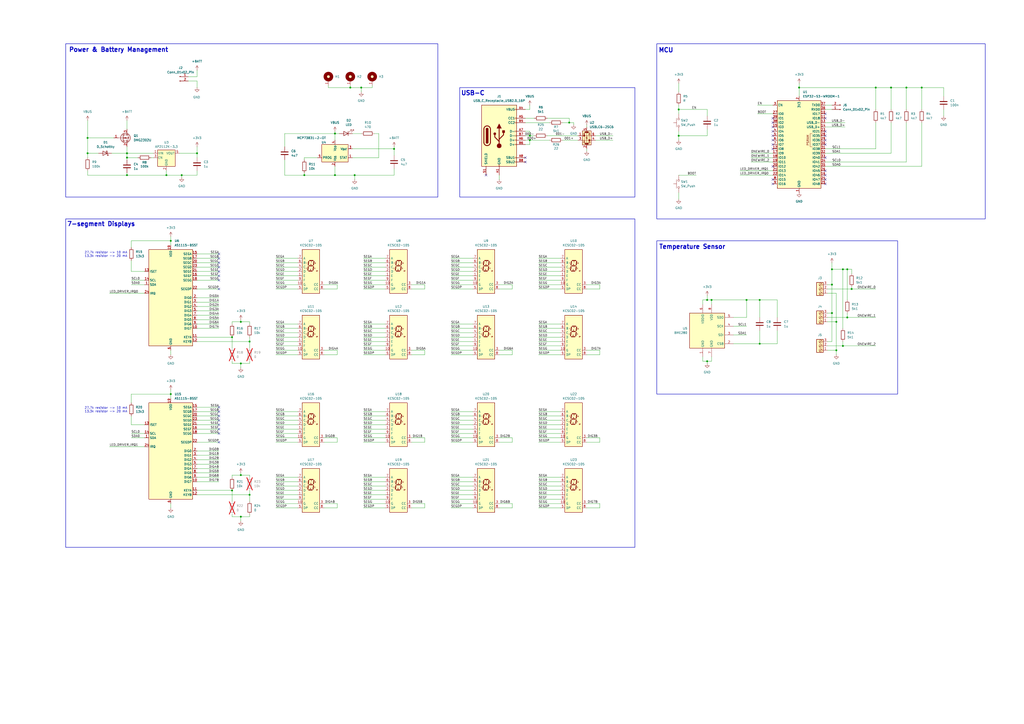
<source format=kicad_sch>
(kicad_sch (version 20250114) (generator "eeschema") (generator_version "9.0")
  (paper "A2")
  (rectangle (start 381 25.4) (end 571.5 127) (stroke (width 0.254)))
  (rectangle (start 266.7 50.8) (end 368.3 114.3) (stroke (width 0.254)))
  (rectangle (start 38.1 25.4) (end 254 114.3) (stroke (width 0.254)))
  (rectangle (start 38.1 127) (end 368.3 317.5) (stroke (width 0.254)))
  (rectangle (start 381 139.7) (end 520.7 228.6) (stroke (width 0.254)))
  (text "MCU" (at 386.334 29.21 0) (effects (font (size 2.54 2.54) (thickness 0.508) (bold yes))))
  (text "Power & Battery Management" (at 68.834 28.956 0) (effects (font (size 2.54 2.54) (thickness 0.508) (bold yes))))
  (text "USB-C" (at 274.32 54.102 0) (effects (font (size 2.54 2.54) (thickness 0.508) (bold yes))))
  (text "Temperature Sensor" (at 401.574 143.256 0) (effects (font (size 2.54 2.54) (thickness 0.508) (bold yes))))
  (text "27.7k resistor -> 10 mA\n13.3k resistor -> 20 mA" (at 61.468 237.744 0) (effects (font (size 1.27 1.27))))
  (text "7-segment Displays" (at 58.674 130.048 0) (effects (font (size 2.54 2.54) (thickness 0.508) (bold yes))))
  (text "27.7k resistor -> 10 mA\n13.3k resistor -> 20 mA" (at 61.468 147.574 0) (effects (font (size 1.27 1.27))))
  (junction (at 50.8 80.01))
  (junction (at 139.7 186.69))
  (junction (at 96.52 101.6))
  (junction (at 307.34 81.28))
  (junction (at 516.89 50.8))
  (junction (at 73.66 91.44))
  (junction (at 410.21 173.99))
  (junction (at 73.66 101.6))
  (junction (at 488.95 156.21))
  (junction (at 440.69 173.99))
  (junction (at 482.6 165.1))
  (junction (at 491.49 184.15))
  (junction (at 485.14 186.69))
  (junction (at 144.78 287.02))
  (junction (at 176.53 101.6))
  (junction (at 534.67 50.8))
  (junction (at 440.69 199.39))
  (junction (at 50.8 88.9))
  (junction (at 393.7 63.5))
  (junction (at 330.2 71.12))
  (junction (at 433.07 173.99))
  (junction (at 205.74 101.6))
  (junction (at 203.2 50.8))
  (junction (at 139.7 210.82))
  (junction (at 307.34 78.74))
  (junction (at 525.78 50.8))
  (junction (at 139.7 299.72))
  (junction (at 139.7 275.59))
  (junction (at 482.6 156.21))
  (junction (at 482.6 181.61))
  (junction (at 73.66 88.9))
  (junction (at 412.75 173.99))
  (junction (at 410.21 209.55))
  (junction (at 491.49 156.21))
  (junction (at 134.62 195.58))
  (junction (at 485.14 203.2))
  (junction (at 194.31 77.47))
  (junction (at 114.3 88.9))
  (junction (at 134.62 284.48))
  (junction (at 209.55 50.8))
  (junction (at 463.55 50.8))
  (junction (at 228.6 86.36))
  (junction (at 194.31 101.6))
  (junction (at 508 50.8))
  (junction (at 99.06 228.6))
  (junction (at 99.06 139.7))
  (junction (at 488.95 200.66))
  (junction (at 393.7 78.74))
  (junction (at 494.03 167.64))
  (junction (at 144.78 198.12))
  (junction (at 105.41 101.6))
  (no_connect (at 127 256.54))
  (no_connect (at 478.79 76.2))
  (no_connect (at 127 149.86))
  (no_connect (at 478.79 66.04))
  (no_connect (at 127 154.94))
  (no_connect (at 448.31 76.2))
  (no_connect (at 448.31 73.66))
  (no_connect (at 127 238.76))
  (no_connect (at 127 147.32))
  (no_connect (at 281.94 101.6))
  (no_connect (at 478.79 91.44))
  (no_connect (at 127 251.46))
  (no_connect (at 448.31 68.58))
  (no_connect (at 127 243.84))
  (no_connect (at 448.31 106.68))
  (no_connect (at 478.79 81.28))
  (no_connect (at 127 167.64))
  (no_connect (at 127 236.22))
  (no_connect (at 304.8 91.44))
  (no_connect (at 448.31 81.28))
  (no_connect (at 448.31 96.52))
  (no_connect (at 127 241.3))
  (no_connect (at 127 152.4))
  (no_connect (at 448.31 86.36))
  (no_connect (at 478.79 68.58))
  (no_connect (at 127 248.92))
  (no_connect (at 448.31 104.14))
  (no_connect (at 127 157.48))
  (no_connect (at 478.79 83.82))
  (no_connect (at 127 162.56))
  (no_connect (at 478.79 104.14))
  (no_connect (at 478.79 101.6))
  (no_connect (at 127 246.38))
  (no_connect (at 448.31 71.12))
  (no_connect (at 127 160.02))
  (no_connect (at 478.79 78.74))
  (no_connect (at 478.79 106.68))
  (no_connect (at 448.31 83.82))
  (no_connect (at 478.79 99.06))
  (no_connect (at 304.8 93.98))
  (no_connect (at 448.31 78.74))
  (wire (pts (xy 312.42 157.48) (xy 325.12 157.48)))
  (wire (pts (xy 261.62 200.66) (xy 274.32 200.66)))
  (wire (pts (xy 176.53 91.44) (xy 184.15 91.44)))
  (wire (pts (xy 114.3 180.34) (xy 127 180.34)))
  (wire (pts (xy 312.42 195.58) (xy 325.12 195.58)))
  (wire (pts (xy 194.31 77.47) (xy 196.85 77.47)))
  (wire (pts (xy 326.39 81.28) (xy 335.28 81.28)))
  (wire (pts (xy 312.42 251.46) (xy 325.12 251.46)))
  (wire (pts (xy 261.62 193.04) (xy 274.32 193.04)))
  (wire (pts (xy 160.02 243.84) (xy 172.72 243.84)))
  (wire (pts (xy 246.38 205.74) (xy 238.76 205.74)))
  (wire (pts (xy 485.14 170.18) (xy 485.14 186.69)))
  (wire (pts (xy 261.62 167.64) (xy 274.32 167.64)))
  (wire (pts (xy 64.77 88.9) (xy 73.66 88.9)))
  (wire (pts (xy 312.42 203.2) (xy 325.12 203.2)))
  (wire (pts (xy 160.02 193.04) (xy 172.72 193.04)))
  (wire (pts (xy 412.75 176.53) (xy 412.75 173.99)))
  (wire (pts (xy 410.21 63.5) (xy 410.21 67.31)))
  (wire (pts (xy 190.5 50.8) (xy 190.5 49.53)))
  (wire (pts (xy 204.47 86.36) (xy 228.6 86.36)))
  (wire (pts (xy 134.62 284.48) (xy 134.62 290.83)))
  (wire (pts (xy 246.38 292.1) (xy 246.38 294.64)))
  (wire (pts (xy 228.6 90.17) (xy 228.6 86.36)))
  (wire (pts (xy 160.02 200.66) (xy 172.72 200.66)))
  (wire (pts (xy 261.62 284.48) (xy 274.32 284.48)))
  (wire (pts (xy 478.79 71.12) (xy 490.22 71.12)))
  (wire (pts (xy 491.49 156.21) (xy 488.95 156.21)))
  (wire (pts (xy 246.38 254) (xy 246.38 256.54)))
  (wire (pts (xy 440.69 173.99) (xy 440.69 184.15)))
  (wire (pts (xy 289.56 254) (xy 297.18 254)))
  (wire (pts (xy 332.74 71.12) (xy 332.74 72.39)))
  (wire (pts (xy 76.2 233.68) (xy 76.2 228.6)))
  (wire (pts (xy 312.42 152.4) (xy 325.12 152.4)))
  (wire (pts (xy 289.56 203.2) (xy 297.18 203.2)))
  (wire (pts (xy 210.82 187.96) (xy 223.52 187.96)))
  (wire (pts (xy 238.76 254) (xy 246.38 254)))
  (wire (pts (xy 261.62 279.4) (xy 274.32 279.4)))
  (wire (pts (xy 114.3 198.12) (xy 144.78 198.12)))
  (wire (pts (xy 435.61 88.9) (xy 448.31 88.9)))
  (wire (pts (xy 210.82 205.74) (xy 223.52 205.74)))
  (wire (pts (xy 312.42 256.54) (xy 325.12 256.54)))
  (wire (pts (xy 312.42 160.02) (xy 325.12 160.02)))
  (wire (pts (xy 410.21 171.45) (xy 410.21 173.99)))
  (wire (pts (xy 210.82 243.84) (xy 223.52 243.84)))
  (wire (pts (xy 332.74 71.12) (xy 330.2 71.12)))
  (wire (pts (xy 139.7 186.69) (xy 144.78 186.69)))
  (wire (pts (xy 261.62 292.1) (xy 274.32 292.1)))
  (wire (pts (xy 304.8 63.5) (xy 307.34 63.5)))
  (wire (pts (xy 312.42 243.84) (xy 325.12 243.84)))
  (wire (pts (xy 210.82 154.94) (xy 223.52 154.94)))
  (wire (pts (xy 160.02 254) (xy 172.72 254)))
  (wire (pts (xy 480.06 184.15) (xy 491.49 184.15)))
  (wire (pts (xy 144.78 287.02) (xy 144.78 284.48)))
  (wire (pts (xy 99.06 228.6) (xy 99.06 231.14)))
  (wire (pts (xy 261.62 149.86) (xy 274.32 149.86)))
  (wire (pts (xy 160.02 284.48) (xy 172.72 284.48)))
  (wire (pts (xy 410.21 210.82) (xy 410.21 209.55)))
  (wire (pts (xy 114.3 185.42) (xy 127 185.42)))
  (wire (pts (xy 297.18 256.54) (xy 289.56 256.54)))
  (wire (pts (xy 307.34 81.28) (xy 318.77 81.28)))
  (wire (pts (xy 63.5 170.18) (xy 83.82 170.18)))
  (wire (pts (xy 210.82 251.46) (xy 223.52 251.46)))
  (wire (pts (xy 261.62 248.92) (xy 274.32 248.92)))
  (wire (pts (xy 99.06 139.7) (xy 99.06 142.24)))
  (wire (pts (xy 261.62 187.96) (xy 274.32 187.96)))
  (wire (pts (xy 261.62 238.76) (xy 274.32 238.76)))
  (wire (pts (xy 160.02 294.64) (xy 172.72 294.64)))
  (wire (pts (xy 478.79 96.52) (xy 534.67 96.52)))
  (wire (pts (xy 261.62 190.5) (xy 274.32 190.5)))
  (wire (pts (xy 246.38 256.54) (xy 238.76 256.54)))
  (wire (pts (xy 187.96 203.2) (xy 195.58 203.2)))
  (wire (pts (xy 114.3 251.46) (xy 127 251.46)))
  (wire (pts (xy 114.3 44.45) (xy 114.3 40.64)))
  (wire (pts (xy 440.69 173.99) (xy 450.85 173.99)))
  (wire (pts (xy 440.69 191.77) (xy 440.69 199.39)))
  (wire (pts (xy 312.42 248.92) (xy 325.12 248.92)))
  (wire (pts (xy 312.42 198.12) (xy 325.12 198.12)))
  (wire (pts (xy 114.3 160.02) (xy 127 160.02)))
  (wire (pts (xy 307.34 60.96) (xy 307.34 63.5)))
  (wire (pts (xy 410.21 173.99) (xy 407.67 173.99)))
  (wire (pts (xy 210.82 248.92) (xy 223.52 248.92)))
  (wire (pts (xy 195.58 203.2) (xy 195.58 205.74)))
  (wire (pts (xy 160.02 198.12) (xy 172.72 198.12)))
  (wire (pts (xy 114.3 195.58) (xy 134.62 195.58)))
  (wire (pts (xy 312.42 149.86) (xy 325.12 149.86)))
  (wire (pts (xy 160.02 287.02) (xy 172.72 287.02)))
  (wire (pts (xy 312.42 279.4) (xy 325.12 279.4)))
  (wire (pts (xy 345.44 78.74) (xy 355.6 78.74)))
  (wire (pts (xy 139.7 210.82) (xy 144.78 210.82)))
  (wire (pts (xy 105.41 101.6) (xy 114.3 101.6)))
  (wire (pts (xy 238.76 292.1) (xy 246.38 292.1)))
  (wire (pts (xy 297.18 294.64) (xy 289.56 294.64)))
  (wire (pts (xy 195.58 256.54) (xy 187.96 256.54)))
  (wire (pts (xy 195.58 254) (xy 195.58 256.54)))
  (wire (pts (xy 87.63 91.44) (xy 88.9 91.44)))
  (wire (pts (xy 204.47 91.44) (xy 219.71 91.44)))
  (wire (pts (xy 160.02 154.94) (xy 172.72 154.94)))
  (wire (pts (xy 482.6 165.1) (xy 482.6 156.21)))
  (wire (pts (xy 195.58 292.1) (xy 195.58 294.64)))
  (wire (pts (xy 317.5 68.58) (xy 330.2 68.58)))
  (wire (pts (xy 210.82 193.04) (xy 223.52 193.04)))
  (wire (pts (xy 205.74 104.14) (xy 205.74 101.6)))
  (wire (pts (xy 76.2 143.51) (xy 76.2 139.7)))
  (wire (pts (xy 488.95 156.21) (xy 482.6 156.21)))
  (wire (pts (xy 261.62 289.56) (xy 274.32 289.56)))
  (wire (pts (xy 160.02 238.76) (xy 172.72 238.76)))
  (wire (pts (xy 340.36 165.1) (xy 347.98 165.1)))
  (wire (pts (xy 76.2 162.56) (xy 83.82 162.56)))
  (wire (pts (xy 491.49 156.21) (xy 491.49 173.99)))
  (wire (pts (xy 165.1 77.47) (xy 165.1 85.09)))
  (wire (pts (xy 534.67 50.8) (xy 525.78 50.8)))
  (wire (pts (xy 340.36 72.39) (xy 340.36 73.66)))
  (wire (pts (xy 485.14 203.2) (xy 485.14 205.74)))
  (wire (pts (xy 187.96 292.1) (xy 195.58 292.1)))
  (wire (pts (xy 261.62 256.54) (xy 274.32 256.54)))
  (wire (pts (xy 195.58 294.64) (xy 187.96 294.64)))
  (wire (pts (xy 393.7 81.28) (xy 393.7 78.74)))
  (wire (pts (xy 480.06 198.12) (xy 482.6 198.12)))
  (wire (pts (xy 194.31 101.6) (xy 194.31 96.52)))
  (wire (pts (xy 547.37 50.8) (xy 547.37 55.88)))
  (wire (pts (xy 312.42 165.1) (xy 325.12 165.1)))
  (wire (pts (xy 534.67 96.52) (xy 534.67 71.12)))
  (wire (pts (xy 312.42 162.56) (xy 325.12 162.56)))
  (wire (pts (xy 297.18 167.64) (xy 289.56 167.64)))
  (wire (pts (xy 433.07 184.15) (xy 433.07 173.99)))
  (wire (pts (xy 73.66 85.09) (xy 73.66 88.9)))
  (wire (pts (xy 176.53 101.6) (xy 194.31 101.6)))
  (wire (pts (xy 160.02 167.64) (xy 172.72 167.64)))
  (wire (pts (xy 73.66 100.33) (xy 73.66 101.6)))
  (wire (pts (xy 114.3 264.16) (xy 127 264.16)))
  (wire (pts (xy 114.3 177.8) (xy 127 177.8)))
  (wire (pts (xy 210.82 160.02) (xy 223.52 160.02)))
  (wire (pts (xy 50.8 88.9) (xy 57.15 88.9)))
  (wire (pts (xy 312.42 292.1) (xy 325.12 292.1)))
  (wire (pts (xy 73.66 101.6) (xy 50.8 101.6)))
  (wire (pts (xy 99.06 226.06) (xy 99.06 228.6)))
  (wire (pts (xy 435.61 93.98) (xy 448.31 93.98)))
  (wire (pts (xy 312.42 190.5) (xy 325.12 190.5)))
  (wire (pts (xy 114.3 88.9) (xy 114.3 91.44)))
  (wire (pts (xy 210.82 157.48) (xy 223.52 157.48)))
  (wire (pts (xy 261.62 162.56) (xy 274.32 162.56)))
  (wire (pts (xy 304.8 83.82) (xy 307.34 83.82)))
  (wire (pts (xy 210.82 190.5) (xy 223.52 190.5)))
  (wire (pts (xy 114.3 274.32) (xy 127 274.32)))
  (wire (pts (xy 99.06 203.2) (xy 99.06 205.74)))
  (wire (pts (xy 488.95 198.12) (xy 488.95 200.66)))
  (wire (pts (xy 210.82 294.64) (xy 223.52 294.64)))
  (wire (pts (xy 139.7 275.59) (xy 144.78 275.59)))
  (wire (pts (xy 345.44 81.28) (xy 355.6 81.28)))
  (wire (pts (xy 210.82 276.86) (xy 223.52 276.86)))
  (wire (pts (xy 210.82 195.58) (xy 223.52 195.58)))
  (wire (pts (xy 407.67 209.55) (xy 407.67 207.01)))
  (wire (pts (xy 297.18 165.1) (xy 297.18 167.64)))
  (wire (pts (xy 482.6 181.61) (xy 482.6 198.12)))
  (wire (pts (xy 210.82 238.76) (xy 223.52 238.76)))
  (wire (pts (xy 347.98 294.64) (xy 340.36 294.64)))
  (wire (pts (xy 261.62 203.2) (xy 274.32 203.2)))
  (wire (pts (xy 261.62 165.1) (xy 274.32 165.1)))
  (wire (pts (xy 144.78 186.69) (xy 144.78 187.96)))
  (wire (pts (xy 480.06 200.66) (xy 488.95 200.66)))
  (wire (pts (xy 76.2 246.38) (xy 76.2 241.3)))
  (wire (pts (xy 317.5 78.74) (xy 335.28 78.74)))
  (wire (pts (xy 210.82 254) (xy 223.52 254)))
  (wire (pts (xy 114.3 269.24) (xy 127 269.24)))
  (wire (pts (xy 114.3 46.99) (xy 114.3 50.8)))
  (wire (pts (xy 429.26 99.06) (xy 448.31 99.06)))
  (wire (pts (xy 340.36 254) (xy 347.98 254)))
  (wire (pts (xy 114.3 236.22) (xy 127 236.22)))
  (wire (pts (xy 215.9 49.53) (xy 215.9 50.8)))
  (wire (pts (xy 347.98 254) (xy 347.98 256.54)))
  (wire (pts (xy 114.3 271.78) (xy 127 271.78)))
  (wire (pts (xy 187.96 254) (xy 195.58 254)))
  (wire (pts (xy 210.82 289.56) (xy 223.52 289.56)))
  (wire (pts (xy 76.2 228.6) (xy 99.06 228.6)))
  (wire (pts (xy 261.62 152.4) (xy 274.32 152.4)))
  (wire (pts (xy 73.66 91.44) (xy 73.66 92.71)))
  (wire (pts (xy 194.31 76.2) (xy 194.31 77.47)))
  (wire (pts (xy 114.3 241.3) (xy 127 241.3)))
  (wire (pts (xy 312.42 289.56) (xy 325.12 289.56)))
  (wire (pts (xy 160.02 241.3) (xy 172.72 241.3)))
  (wire (pts (xy 410.21 78.74) (xy 410.21 74.93)))
  (wire (pts (xy 144.78 210.82) (xy 144.78 209.55)))
  (wire (pts (xy 508 50.8) (xy 508 63.5)))
  (wire (pts (xy 246.38 165.1) (xy 246.38 167.64)))
  (wire (pts (xy 478.79 88.9) (xy 516.89 88.9)))
  (wire (pts (xy 50.8 80.01) (xy 50.8 69.85)))
  (wire (pts (xy 165.1 92.71) (xy 165.1 101.6)))
  (wire (pts (xy 393.7 60.96) (xy 393.7 63.5)))
  (wire (pts (xy 210.82 246.38) (xy 223.52 246.38)))
  (wire (pts (xy 139.7 275.59) (xy 139.7 274.32)))
  (wire (pts (xy 194.31 101.6) (xy 205.74 101.6)))
  (wire (pts (xy 326.39 71.12) (xy 330.2 71.12)))
  (wire (pts (xy 304.8 71.12) (xy 318.77 71.12)))
  (wire (pts (xy 210.82 256.54) (xy 223.52 256.54)))
  (wire (pts (xy 160.02 195.58) (xy 172.72 195.58)))
  (wire (pts (xy 114.3 182.88) (xy 127 182.88)))
  (wire (pts (xy 83.82 157.48) (xy 76.2 157.48)))
  (wire (pts (xy 508 86.36) (xy 508 71.12)))
  (wire (pts (xy 73.66 88.9) (xy 88.9 88.9)))
  (wire (pts (xy 109.22 46.99) (xy 114.3 46.99)))
  (wire (pts (xy 210.82 198.12) (xy 223.52 198.12)))
  (wire (pts (xy 463.55 50.8) (xy 463.55 55.88)))
  (wire (pts (xy 210.82 167.64) (xy 223.52 167.64)))
  (wire (pts (xy 134.62 298.45) (xy 134.62 299.72)))
  (wire (pts (xy 463.55 50.8) (xy 508 50.8)))
  (wire (pts (xy 66.04 80.01) (xy 50.8 80.01)))
  (wire (pts (xy 160.02 165.1) (xy 172.72 165.1)))
  (wire (pts (xy 485.14 186.69) (xy 480.06 186.69)))
  (wire (pts (xy 261.62 195.58) (xy 274.32 195.58)))
  (wire (pts (xy 494.03 156.21) (xy 491.49 156.21)))
  (wire (pts (xy 440.69 199.39) (xy 450.85 199.39)))
  (wire (pts (xy 261.62 243.84) (xy 274.32 243.84)))
  (wire (pts (xy 347.98 205.74) (xy 340.36 205.74)))
  (wire (pts (xy 425.45 199.39) (xy 440.69 199.39)))
  (wire (pts (xy 134.62 210.82) (xy 139.7 210.82)))
  (wire (pts (xy 160.02 162.56) (xy 172.72 162.56)))
  (wire (pts (xy 195.58 165.1) (xy 195.58 167.64)))
  (wire (pts (xy 450.85 173.99) (xy 450.85 184.15)))
  (wire (pts (xy 297.18 292.1) (xy 297.18 294.64)))
  (wire (pts (xy 261.62 198.12) (xy 274.32 198.12)))
  (wire (pts (xy 76.2 139.7) (xy 99.06 139.7)))
  (wire (pts (xy 478.79 93.98) (xy 525.78 93.98)))
  (wire (pts (xy 219.71 91.44) (xy 219.71 77.47)))
  (wire (pts (xy 50.8 88.9) (xy 50.8 91.44)))
  (wire (pts (xy 114.3 243.84) (xy 127 243.84)))
  (wire (pts (xy 393.7 78.74) (xy 410.21 78.74)))
  (wire (pts (xy 482.6 156.21) (xy 482.6 152.4)))
  (wire (pts (xy 312.42 241.3) (xy 325.12 241.3)))
  (wire (pts (xy 76.2 254) (xy 83.82 254)))
  (wire (pts (xy 307.34 81.28) (xy 304.8 81.28)))
  (wire (pts (xy 114.3 101.6) (xy 114.3 99.06)))
  (wire (pts (xy 393.7 48.26) (xy 393.7 53.34)))
  (wire (pts (xy 114.3 147.32) (xy 127 147.32)))
  (wire (pts (xy 347.98 167.64) (xy 340.36 167.64)))
  (wire (pts (xy 312.42 254) (xy 325.12 254)))
  (wire (pts (xy 478.79 86.36) (xy 508 86.36)))
  (wire (pts (xy 347.98 256.54) (xy 340.36 256.54)))
  (wire (pts (xy 134.62 186.69) (xy 134.62 187.96)))
  (wire (pts (xy 80.01 91.44) (xy 73.66 91.44)))
  (wire (pts (xy 134.62 299.72) (xy 139.7 299.72)))
  (wire (pts (xy 210.82 162.56) (xy 223.52 162.56)))
  (wire (pts (xy 491.49 184.15) (xy 508 184.15)))
  (wire (pts (xy 508 50.8) (xy 516.89 50.8)))
  (wire (pts (xy 261.62 205.74) (xy 274.32 205.74)))
  (wire (pts (xy 134.62 195.58) (xy 134.62 201.93)))
  (wire (pts (xy 209.55 50.8) (xy 203.2 50.8)))
  (wire (pts (xy 210.82 165.1) (xy 223.52 165.1)))
  (wire (pts (xy 194.31 81.28) (xy 194.31 77.47)))
  (wire (pts (xy 304.8 76.2) (xy 307.34 76.2)))
  (wire (pts (xy 238.76 165.1) (xy 246.38 165.1)))
  (wire (pts (xy 144.78 299.72) (xy 144.78 298.45)))
  (wire (pts (xy 393.7 101.6) (xy 403.86 101.6)))
  (wire (pts (xy 114.3 248.92) (xy 127 248.92)))
  (wire (pts (xy 160.02 279.4) (xy 172.72 279.4)))
  (wire (pts (xy 134.62 186.69) (xy 139.7 186.69)))
  (wire (pts (xy 76.2 165.1) (xy 83.82 165.1)))
  (wire (pts (xy 482.6 165.1) (xy 482.6 181.61)))
  (wire (pts (xy 547.37 67.31) (xy 547.37 63.5)))
  (wire (pts (xy 312.42 238.76) (xy 325.12 238.76)))
  (wire (pts (xy 114.3 149.86) (xy 127 149.86)))
  (wire (pts (xy 425.45 189.23) (xy 433.07 189.23)))
  (wire (pts (xy 114.3 276.86) (xy 127 276.86)))
  (wire (pts (xy 114.3 172.72) (xy 127 172.72)))
  (wire (pts (xy 261.62 157.48) (xy 274.32 157.48)))
  (wire (pts (xy 209.55 50.8) (xy 209.55 53.34)))
  (wire (pts (xy 134.62 275.59) (xy 139.7 275.59)))
  (wire (pts (xy 228.6 101.6) (xy 228.6 97.79)))
  (wire (pts (xy 76.2 251.46) (xy 83.82 251.46)))
  (wire (pts (xy 204.47 77.47) (xy 209.55 77.47)))
  (wire (pts (xy 139.7 210.82) (xy 139.7 213.36)))
  (wire (pts (xy 488.95 200.66) (xy 508 200.66)))
  (wire (pts (xy 307.34 76.2) (xy 307.34 78.74)))
  (wire (pts (xy 480.06 165.1) (xy 482.6 165.1)))
  (wire (pts (xy 215.9 50.8) (xy 209.55 50.8)))
  (wire (pts (xy 480.06 203.2) (xy 485.14 203.2)))
  (wire (pts (xy 160.02 289.56) (xy 172.72 289.56)))
  (wire (pts (xy 165.1 101.6) (xy 176.53 101.6)))
  (wire (pts (xy 210.82 292.1) (xy 223.52 292.1)))
  (wire (pts (xy 297.18 254) (xy 297.18 256.54)))
  (wire (pts (xy 160.02 281.94) (xy 172.72 281.94)))
  (wire (pts (xy 485.14 170.18) (xy 480.06 170.18)))
  (wire (pts (xy 114.3 287.02) (xy 144.78 287.02)))
  (wire (pts (xy 393.7 63.5) (xy 393.7 66.04)))
  (wire (pts (xy 261.62 254) (xy 274.32 254)))
  (wire (pts (xy 312.42 167.64) (xy 325.12 167.64)))
  (wire (pts (xy 99.06 137.16) (xy 99.06 139.7)))
  (wire (pts (xy 412.75 173.99) (xy 433.07 173.99)))
  (wire (pts (xy 425.45 184.15) (xy 433.07 184.15)))
  (wire (pts (xy 393.7 78.74) (xy 393.7 76.2)))
  (wire (pts (xy 312.42 281.94) (xy 325.12 281.94)))
  (wire (pts (xy 433.07 173.99) (xy 440.69 173.99)))
  (wire (pts (xy 203.2 49.53) (xy 203.2 50.8)))
  (wire (pts (xy 160.02 149.86) (xy 172.72 149.86)))
  (wire (pts (xy 238.76 203.2) (xy 246.38 203.2)))
  (wire (pts (xy 203.2 50.8) (xy 190.5 50.8)))
  (wire (pts (xy 195.58 167.64) (xy 187.96 167.64)))
  (wire (pts (xy 144.78 198.12) (xy 144.78 201.93)))
  (wire (pts (xy 312.42 276.86) (xy 325.12 276.86)))
  (wire (pts (xy 494.03 167.64) (xy 508 167.64)))
  (wire (pts (xy 50.8 99.06) (xy 50.8 101.6)))
  (wire (pts (xy 114.3 261.62) (xy 127 261.62)))
  (wire (pts (xy 393.7 63.5) (xy 410.21 63.5)))
  (wire (pts (xy 114.3 256.54) (xy 127 256.54)))
  (wire (pts (xy 210.82 203.2) (xy 223.52 203.2)))
  (wire (pts (xy 105.41 102.87) (xy 105.41 101.6)))
  (wire (pts (xy 340.36 203.2) (xy 347.98 203.2)))
  (wire (pts (xy 407.67 209.55) (xy 410.21 209.55)))
  (wire (pts (xy 289.56 165.1) (xy 297.18 165.1)))
  (wire (pts (xy 307.34 78.74) (xy 309.88 78.74)))
  (wire (pts (xy 144.78 287.02) (xy 144.78 290.83)))
  (wire (pts (xy 160.02 203.2) (xy 172.72 203.2)))
  (wire (pts (xy 485.14 203.2) (xy 485.14 186.69)))
  (wire (pts (xy 160.02 187.96) (xy 172.72 187.96)))
  (wire (pts (xy 312.42 154.94) (xy 325.12 154.94)))
  (wire (pts (xy 534.67 50.8) (xy 547.37 50.8)))
  (wire (pts (xy 261.62 154.94) (xy 274.32 154.94)))
  (wire (pts (xy 393.7 111.76) (xy 393.7 115.57)))
  (wire (pts (xy 114.3 85.09) (xy 114.3 88.9)))
  (wire (pts (xy 289.56 292.1) (xy 297.18 292.1)))
  (wire (pts (xy 109.22 44.45) (xy 114.3 44.45)))
  (wire (pts (xy 463.55 48.26) (xy 463.55 50.8)))
  (wire (pts (xy 478.79 73.66) (xy 490.22 73.66)))
  (wire (pts (xy 219.71 77.47) (xy 217.17 77.47)))
  (wire (pts (xy 114.3 175.26) (xy 127 175.26)))
  (wire (pts (xy 114.3 190.5) (xy 127 190.5)))
  (wire (pts (xy 160.02 152.4) (xy 172.72 152.4)))
  (wire (pts (xy 99.06 292.1) (xy 99.06 294.64)))
  (wire (pts (xy 104.14 88.9) (xy 114.3 88.9)))
  (wire (pts (xy 210.82 279.4) (xy 223.52 279.4)))
  (wire (pts (xy 261.62 246.38) (xy 274.32 246.38)))
  (wire (pts (xy 407.67 173.99) (xy 407.67 176.53)))
  (wire (pts (xy 134.62 209.55) (xy 134.62 210.82)))
  (wire (pts (xy 494.03 158.75) (xy 494.03 156.21)))
  (wire (pts (xy 114.3 238.76) (xy 127 238.76)))
  (wire (pts (xy 525.78 50.8) (xy 516.89 50.8)))
  (wire (pts (xy 480.06 167.64) (xy 494.03 167.64)))
  (wire (pts (xy 96.52 101.6) (xy 73.66 101.6)))
  (wire (pts (xy 312.42 205.74) (xy 325.12 205.74)))
  (wire (pts (xy 516.89 50.8) (xy 516.89 63.5)))
  (wire (pts (xy 312.42 193.04) (xy 325.12 193.04)))
  (wire (pts (xy 76.2 157.48) (xy 76.2 151.13)))
  (wire (pts (xy 412.75 209.55) (xy 412.75 207.01)))
  (wire (pts (xy 261.62 251.46) (xy 274.32 251.46)))
  (wire (pts (xy 261.62 294.64) (xy 274.32 294.64)))
  (wire (pts (xy 187.96 165.1) (xy 195.58 165.1)))
  (wire (pts (xy 340.36 87.63) (xy 340.36 86.36)))
  (wire (pts (xy 205.74 101.6) (xy 228.6 101.6)))
  (wire (pts (xy 194.31 77.47) (xy 165.1 77.47)))
  (wire (pts (xy 160.02 256.54) (xy 172.72 256.54)))
  (wire (pts (xy 312.42 246.38) (xy 325.12 246.38)))
  (wire (pts (xy 261.62 160.02) (xy 274.32 160.02)))
  (wire (pts (xy 480.06 181.61) (xy 482.6 181.61)))
  (wire (pts (xy 307.34 83.82) (xy 307.34 81.28)))
  (wire (pts (xy 144.78 275.59) (xy 144.78 276.86)))
  (wire (pts (xy 210.82 284.48) (xy 223.52 284.48)))
  (wire (pts (xy 494.03 166.37) (xy 494.03 167.64)))
  (wire (pts (xy 450.85 199.39) (xy 450.85 191.77)))
  (wire (pts (xy 63.5 259.08) (xy 83.82 259.08)))
  (wire (pts (xy 312.42 200.66) (xy 325.12 200.66)))
  (wire (pts (xy 340.36 292.1) (xy 347.98 292.1)))
  (wire (pts (xy 114.3 284.48) (xy 134.62 284.48)))
  (wire (pts (xy 160.02 190.5) (xy 172.72 190.5)))
  (wire (pts (xy 210.82 200.66) (xy 223.52 200.66)))
  (wire (pts (xy 304.8 68.58) (xy 309.88 68.58)))
  (wire (pts (xy 176.53 100.33) (xy 176.53 101.6)))
  (wire (pts (xy 210.82 281.94) (xy 223.52 281.94)))
  (wire (pts (xy 160.02 251.46) (xy 172.72 251.46)))
  (wire (pts (xy 478.79 60.96) (xy 482.6 60.96)))
  (wire (pts (xy 304.8 78.74) (xy 307.34 78.74)))
  (wire (pts (xy 312.42 187.96) (xy 325.12 187.96)))
  (wire (pts (xy 525.78 63.5) (xy 525.78 50.8)))
  (wire (pts (xy 439.42 66.04) (xy 448.31 66.04)))
  (wire (pts (xy 210.82 287.02) (xy 223.52 287.02)))
  (wire (pts (xy 50.8 80.01) (xy 50.8 88.9)))
  (wire (pts (xy 114.3 154.94) (xy 127 154.94)))
  (wire (pts (xy 144.78 198.12) (xy 144.78 195.58)))
  (wire (pts (xy 439.42 60.96) (xy 448.31 60.96)))
  (wire (pts (xy 114.3 266.7) (xy 127 266.7)))
  (wire (pts (xy 134.62 275.59) (xy 134.62 276.86)))
  (wire (pts (xy 261.62 281.94) (xy 274.32 281.94)))
  (wire (pts (xy 114.3 187.96) (xy 127 187.96)))
  (wire (pts (xy 195.58 205.74) (xy 187.96 205.74)))
  (wire (pts (xy 160.02 246.38) (xy 172.72 246.38)))
  (wire (pts (xy 114.3 167.64) (xy 127 167.64)))
  (wire (pts (xy 139.7 299.72) (xy 144.78 299.72)))
  (wire (pts (xy 412.75 173.99) (xy 410.21 173.99)))
  (wire (pts (xy 73.66 69.85) (xy 73.66 74.93)))
  (wire (pts (xy 160.02 248.92) (xy 172.72 248.92)))
  (wire (pts (xy 425.45 194.31) (xy 433.07 194.31)))
  (wire (pts (xy 312.42 294.64) (xy 325.12 294.64)))
  (wire (pts (xy 114.3 279.4) (xy 127 279.4)))
  (wire (pts (xy 297.18 205.74) (xy 289.56 205.74)))
  (wire (pts (xy 347.98 203.2) (xy 347.98 205.74)))
  (wire (pts (xy 210.82 241.3) (xy 223.52 241.3)))
  (wire (pts (xy 478.79 63.5) (xy 482.6 63.5)))
  (wire (pts (xy 297.18 203.2) (xy 297.18 205.74)))
  (wire (pts (xy 73.66 91.44) (xy 73.66 88.9)))
  (wire (pts (xy 114.3 162.56) (xy 127 162.56)))
  (wire (pts (xy 289.56 104.14) (xy 289.56 101.6)))
  (wire (pts (xy 139.7 299.72) (xy 139.7 302.26)))
  (wire (pts (xy 261.62 241.3) (xy 274.32 241.3)))
  (wire (pts (xy 160.02 160.02) (xy 172.72 160.02)))
  (wire (pts (xy 228.6 86.36) (xy 228.6 85.09)))
  (wire (pts (xy 330.2 68.58) (xy 330.2 71.12)))
  (wire (pts (xy 114.3 246.38) (xy 127 246.38)))
  (wire (pts (xy 246.38 294.64) (xy 238.76 294.64)))
  (wire (pts (xy 210.82 149.86) (xy 223.52 149.86)))
  (wire (pts (xy 312.42 284.48) (xy 325.12 284.48)))
  (wire (pts (xy 435.61 91.44) (xy 448.31 91.44)))
  (wire (pts (xy 96.52 101.6) (xy 105.41 101.6)))
  (wire (pts (xy 312.42 287.02) (xy 325.12 287.02)))
  (wire (pts (xy 261.62 276.86) (xy 274.32 276.86)))
  (wire (pts (xy 160.02 292.1) (xy 172.72 292.1)))
  (wire (pts (xy 525.78 93.98) (xy 525.78 71.12)))
  (wire (pts (xy 160.02 157.48) (xy 172.72 157.48)))
  (wire (pts (xy 246.38 167.64) (xy 238.76 167.64)))
  (wire (pts (xy 114.3 157.48) (xy 127 157.48)))
  (wire (pts (xy 114.3 152.4) (xy 127 152.4)))
  (wire (pts (xy 429.26 101.6) (xy 448.31 101.6)))
  (wire (pts (xy 160.02 205.74) (xy 172.72 205.74)))
  (wire (pts (xy 410.21 209.55) (xy 412.75 209.55)))
  (wire (pts (xy 347.98 165.1) (xy 347.98 167.64)))
  (wire (pts (xy 488.95 156.21) (xy 488.95 190.5)))
  (wire (pts (xy 347.98 292.1) (xy 347.98 294.64)))
  (wire (pts (xy 83.82 246.38) (xy 76.2 246.38)))
  (wire (pts (xy 139.7 186.69) (xy 139.7 185.42)))
  (wire (pts (xy 160.02 276.86) (xy 172.72 276.86)))
  (wire (pts (xy 246.38 203.2) (xy 246.38 205.74)))
  (wire (pts (xy 491.49 181.61) (xy 491.49 184.15)))
  (wire (pts (xy 516.89 88.9) (xy 516.89 71.12)))
  (wire (pts (xy 176.53 92.71) (xy 176.53 91.44)))
  (wire (pts (xy 96.52 99.06) (xy 96.52 101.6)))
  (wire (pts (xy 534.67 50.8) (xy 534.67 63.5)))
  (wire (pts (xy 261.62 287.02) (xy 274.32 287.02)))
  (wire (pts (xy 210.82 152.4) (xy 223.52 152.4)))
  (label "SEGC" (at 261.62 281.94 0))
  (label "DIG7B" (at 346.71 292.1 180))
  (label "SEGF" (at 127 160.02 180))
  (label "SEGE" (at 160.02 248.92 0))
  (label "ONEWIRE_0" (at 508 167.64 180))
  (label "SEGF" (at 261.62 162.56 0))
  (label "SEGB" (at 160.02 152.4 0))
  (label "SEGB" (at 261.62 241.3 0))
  (label "LED_DRIVER_IRQ0" (at 63.5 170.18 0))
  (label "SEGG" (at 210.82 203.2 0))
  (label "DIG4B" (at 127 271.78 180))
  (label "SEGB" (at 160.02 279.4 0))
  (label "SEGG" (at 160.02 292.1 0))
  (label "SEGF" (at 160.02 251.46 0))
  (label "SEGD" (at 261.62 157.48 0))
  (label "SEGA" (at 312.42 187.96 0))
  (label "SEGB" (at 210.82 152.4 0))
  (label "SEGA" (at 210.82 187.96 0))
  (label "SEGB" (at 312.42 190.5 0))
  (label "SEGA" (at 261.62 149.86 0))
  (label "SEGD" (at 210.82 195.58 0))
  (label "SDA1" (at 433.07 194.31 180))
  (label "DIG5A" (at 127 185.42 180))
  (label "SEGG" (at 210.82 292.1 0))
  (label "SEGDP" (at 160.02 256.54 0))
  (label "SEGA" (at 160.02 276.86 0))
  (label "SEGE" (at 160.02 287.02 0))
  (label "SDA0" (at 487.68 96.52 180))
  (label "SEGC" (at 127 152.4 180))
  (label "SEGC" (at 312.42 281.94 0))
  (label "SEGDP" (at 312.42 256.54 0))
  (label "SEGD" (at 210.82 246.38 0))
  (label "SCL0" (at 487.68 93.98 180))
  (label "SEGG" (at 261.62 254 0))
  (label "SEGC" (at 210.82 243.84 0))
  (label "DIG2A" (at 127 177.8 180))
  (label "SEGB" (at 312.42 241.3 0))
  (label "DIG2B" (at 127 266.7 180))
  (label "SEGDP" (at 127 256.54 180))
  (label "SEGA" (at 210.82 149.86 0))
  (label "SEGD" (at 127 154.94 180))
  (label "SEGE" (at 210.82 198.12 0))
  (label "SEGA" (at 312.42 276.86 0))
  (label "SEGD" (at 160.02 284.48 0))
  (label "SEGD" (at 312.42 284.48 0))
  (label "SEGD" (at 312.42 246.38 0))
  (label "SEGB" (at 127 238.76 180))
  (label "SEGG" (at 160.02 203.2 0))
  (label "SEGB" (at 210.82 279.4 0))
  (label "SEGF" (at 312.42 162.56 0))
  (label "SEGA" (at 160.02 149.86 0))
  (label "SEGA" (at 210.82 276.86 0))
  (label "USB_D+" (at 490.22 73.66 180))
  (label "SEGD" (at 312.42 195.58 0))
  (label "DIG0A" (at 127 172.72 180))
  (label "SEGE" (at 210.82 248.92 0))
  (label "SEGC" (at 210.82 193.04 0))
  (label "SEGC" (at 261.62 154.94 0))
  (label "DIG1A" (at 241.3 165.1 0))
  (label "SEGD" (at 160.02 246.38 0))
  (label "SEGDP" (at 261.62 167.64 0))
  (label "DIG3A" (at 342.9 165.1 0))
  (label "SEGDP" (at 210.82 294.64 0))
  (label "DIG4B" (at 194.31 292.1 180))
  (label "SEGDP" (at 160.02 205.74 0))
  (label "DIG7A" (at 342.9 203.2 0))
  (label "000-" (at 309.88 78.74 180))
  (label "SEGA" (at 312.42 238.76 0))
  (label "DIG6A" (at 127 187.96 180))
  (label "SEGA" (at 160.02 238.76 0))
  (label "DIG1B" (at 245.11 254 180))
  (label "SEGC" (at 312.42 243.84 0))
  (label "SEGC" (at 127 241.3 180))
  (label "SEGF" (at 210.82 162.56 0))
  (label "SEGE" (at 127 157.48 180))
  (label "SEGDP" (at 312.42 205.74 0))
  (label "SEGDP" (at 160.02 167.64 0))
  (label "SEGA" (at 127 147.32 180))
  (label "SEGDP" (at 312.42 167.64 0))
  (label "SEGD" (at 312.42 157.48 0))
  (label "DIG0B" (at 127 261.62 180))
  (label "SEGF" (at 160.02 162.56 0))
  (label "BOOT" (at 439.42 66.04 0))
  (label "SEGG" (at 312.42 254 0))
  (label "SEGF" (at 261.62 289.56 0))
  (label "DIG0A" (at 190.5 165.1 0))
  (label "SEGC" (at 160.02 193.04 0))
  (label "SEGC" (at 312.42 154.94 0))
  (label "EN" (at 439.42 60.96 0))
  (label "SEGG" (at 261.62 203.2 0))
  (label "DIG4A" (at 190.5 203.2 0))
  (label "SDA0" (at 76.2 165.1 0))
  (label "DIG5B" (at 127 274.32 180))
  (label "DIG6A" (at 292.1 203.2 0))
  (label "LED_DRIVER_IRQ1" (at 63.5 259.08 0))
  (label "SEGB" (at 261.62 152.4 0))
  (label "DIG5A" (at 241.3 203.2 0))
  (label "SEGE" (at 261.62 160.02 0))
  (label "ONEWIRE_1" (at 435.61 91.44 0))
  (label "SEGF" (at 261.62 251.46 0))
  (label "USB_D-" (at 355.6 78.74 180))
  (label "SEGE" (at 210.82 287.02 0))
  (label "LED_DRIVER_IRQ0" (at 429.26 101.6 0))
  (label "SEGE" (at 127 246.38 180))
  (label "SEGD" (at 210.82 284.48 0))
  (label "SEGD" (at 261.62 195.58 0))
  (label "SEGE" (at 261.62 248.92 0))
  (label "SEGE" (at 312.42 248.92 0))
  (label "DIG7B" (at 127 279.4 180))
  (label "DIG2A" (at 292.1 165.1 0))
  (label "DIG2B" (at 295.91 254 180))
  (label "DIG0B" (at 194.31 254 180))
  (label "SEGF" (at 160.02 289.56 0))
  (label "SCL1" (at 433.07 189.23 180))
  (label "SEGB" (at 160.02 190.5 0))
  (label "SEGE" (at 261.62 198.12 0))
  (label "SCL1" (at 487.68 86.36 180))
  (label "SEGF" (at 312.42 251.46 0))
  (label "LED_DRIVER_IRQ1" (at 429.26 99.06 0))
  (label "SDA1" (at 487.68 88.9 180))
  (label "SEGD" (at 160.02 157.48 0))
  (label "SEGDP" (at 160.02 294.64 0))
  (label "SEGA" (at 127 236.22 180))
  (label "SEGG" (at 312.42 165.1 0))
  (label "SEGC" (at 210.82 281.94 0))
  (label "SEGD" (at 261.62 284.48 0))
  (label "DIG1B" (at 127 264.16 180))
  (label "EN" (at 401.32 63.5 0))
  (label "SEGF" (at 210.82 200.66 0))
  (label "SEGE" (at 261.62 287.02 0))
  (label "SEGC" (at 312.42 193.04 0))
  (label "DIG6B" (at 127 276.86 180))
  (label "SEGG" (at 261.62 165.1 0))
  (label "SEGE" (at 312.42 160.02 0))
  (label "SEGF" (at 261.62 200.66 0))
  (label "DIG3B" (at 127 269.24 180))
  (label "SEGC" (at 160.02 154.94 0))
  (label "DIG3A" (at 127 180.34 180))
  (label "SEGA" (at 210.82 238.76 0))
  (label "SCL0" (at 76.2 251.46 0))
  (label "SEGB" (at 312.42 152.4 0))
  (label "ONEWIRE_2" (at 508 200.66 180))
  (label "SEGDP" (at 261.62 294.64 0))
  (label "SCL0" (at 76.2 162.56 0))
  (label "SEGDP" (at 210.82 167.64 0))
  (label "SEGB" (at 160.02 241.3 0))
  (label "SEGC" (at 160.02 243.84 0))
  (label "SEGA" (at 261.62 276.86 0))
  (label "SEGA" (at 261.62 187.96 0))
  (label "SEGB" (at 210.82 190.5 0))
  (label "SEGE" (at 312.42 287.02 0))
  (label "DIG3B" (at 346.71 254 180))
  (label "SEGDP" (at 312.42 294.64 0))
  (label "SEGG" (at 312.42 203.2 0))
  (label "USB_D-" (at 490.22 71.12 180))
  (label "USB_D+" (at 355.6 81.28 180))
  (label "DIG7A" (at 127 190.5 180))
  (label "SEGF" (at 160.02 200.66 0))
  (label "SEGA" (at 261.62 238.76 0))
  (label "SEGC" (at 261.62 243.84 0))
  (label "SEGE" (at 312.42 198.12 0))
  (label "SEGD" (at 210.82 157.48 0))
  (label "SEGC" (at 210.82 154.94 0))
  (label "SEGF" (at 210.82 289.56 0))
  (label "SEGG" (at 312.42 292.1 0))
  (label "SEGB" (at 127 149.86 180))
  (label "SEGB" (at 261.62 279.4 0))
  (label "SEGE" (at 160.02 160.02 0))
  (label "SEGDP" (at 210.82 256.54 0))
  (label "SEGG" (at 160.02 254 0))
  (label "SEGC" (at 160.02 281.94 0))
  (label "SEGDP" (at 210.82 205.74 0))
  (label "SEGB" (at 261.62 190.5 0))
  (label "SEGE" (at 210.82 160.02 0))
  (label "DIG4A" (at 127 182.88 180))
  (label "SEGDP" (at 261.62 205.74 0))
  (label "ONEWIRE_2" (at 435.61 93.98 0))
  (label "SEGF" (at 210.82 251.46 0))
  (label "SEGG" (at 210.82 254 0))
  (label "DIG5B" (at 245.11 292.1 180))
  (label "SEGE" (at 160.02 198.12 0))
  (label "SEGC" (at 261.62 193.04 0))
  (label "SEGD" (at 127 243.84 180))
  (label "SEGDP" (at 127 167.64 180))
  (label "ONEWIRE_1" (at 508 184.15 180))
  (label "SEGG" (at 261.62 292.1 0))
  (label "SDA0" (at 76.2 254 0))
  (label "SEGG" (at 160.02 165.1 0))
  (label "SEGDP" (at 261.62 256.54 0))
  (label "SEGF" (at 312.42 289.56 0))
  (label "DIG6B" (at 295.91 292.1 180))
  (label "SEGB" (at 312.42 279.4 0))
  (label "SEGF" (at 127 248.92 180))
  (label "SEGG" (at 127 251.46 180))
  (label "SEGG" (at 127 162.56 180))
  (label "000+" (at 311.15 81.28 180))
  (label "001-" (at 327.66 78.74 180))
  (label "BOOT" (at 403.86 101.6 180))
  (label "SEGD" (at 261.62 246.38 0))
  (label "ONEWIRE_0" (at 435.61 88.9 0))
  (label "SEGA" (at 312.42 149.86 0))
  (label "SEGB" (at 210.82 241.3 0))
  (label "001+" (at 332.74 81.28 180))
  (label "SEGF" (at 312.42 200.66 0))
  (label "DIG1A" (at 127 175.26 180))
  (label "SEGG" (at 210.82 165.1 0))
  (label "SEGD" (at 160.02 195.58 0))
  (label "SEGA" (at 160.02 187.96 0))
  (symbol (lib_id "power:VBUS") (at 340.36 72.39 0) (unit 1)
    (property "Reference" "#PWR010" (effects (hide yes)))
    (property "Value" "VBUS" (at 340.36 67.31 0))
    (property "Description" "Power symbol creates a global label with name \"VBUS\"" (effects (hide yes)))
  )
  (symbol (lib_id "Switch:SW_Push") (at 393.7 71.12 90) (unit 1)
    (property "Reference" "SW2" (at 394.97 69.8499 90) (effects (justify right)))
    (property "Value" "SW_Push" (at 394.97 72.3899 90) (effects (justify right)))
    (property "Footprint" "Button_Switch_SMD:SW_SPST_B3U-1000P" (effects (hide yes)))
    (property "Description" "Push button switch, generic, two pins" (effects (hide yes)))
  )
  (symbol (lib_id "Device:R") (at 534.67 67.31 0) (unit 1)
    (property "Reference" "R4" (at 537.21 66.0399 0) (effects (justify left)))
    (property "Value" "4k7" (at 537.21 68.5799 0) (effects (justify left)))
    (property "Footprint" "Resistor_SMD:R_0603_1608Metric" (effects (hide yes)))
    (property "Description" "Resistor" (effects (hide yes)))
  )
  (symbol (lib_id "Connector:Conn_01x02_Pin") (at 104.14 44.45 0) (unit 1)
    (property "Reference" "J2" (at 104.775 39.37 0))
    (property "Value" "Conn_01x02_Pin" (at 104.775 41.91 0))
    (property "Footprint" "Connector_JST:JST_PH_B2B-PH-K_1x02_P2.00mm_Vertical" (effects (hide yes)))
    (property "Description" "Generic connector, single row, 01x02, script generated" (effects (hide yes)))
  )
  (symbol (lib_id "power:GND") (at 547.37 67.31 0) (unit 1)
    (property "Reference" "#PWR03" (effects (hide yes)))
    (property "Value" "GND" (at 547.37 72.39 0))
    (property "Description" "Power symbol creates a global label with name \"GND\" , ground" (effects (hide yes)))
  )
  (symbol (lib_id "Display_Character:KCSC02-105") (at 231.14 195.58 0) (unit 1)
    (property "Reference" "U12" (at 231.14 177.8 0))
    (property "Value" "KCSC02-105" (at 231.14 180.34 0))
    (property "Footprint" "Display_7Segment:KCSC02-105" (effects (hide yes)))
    (property "Datasheet" "http://www.kingbright.com/attachments/file/psearch/000/00/00/KCSC02-105(Ver.9A).pdf" (effects (hide yes)))
    (property "Description" "One digit 7 segment hyper red LED, common cathode" (effects (hide yes)))
  )
  (symbol (lib_id "Device:R") (at 491.49 177.8 180) (unit 1)
    (property "Reference" "R13" (at 494.03 176.5299 0) (effects (justify right)))
    (property "Value" "5k1" (at 494.03 179.0699 0) (effects (justify right)))
    (property "Footprint" "Resistor_SMD:R_0603_1608Metric" (effects (hide yes)))
    (property "Description" "Resistor" (effects (hide yes)))
  )
  (symbol (lib_id "Display_Character:KCSC02-105") (at 180.34 195.58 0) (unit 1)
    (property "Reference" "U11" (at 180.34 177.8 0))
    (property "Value" "KCSC02-105" (at 180.34 180.34 0))
    (property "Footprint" "Display_7Segment:KCSC02-105" (effects (hide yes)))
    (property "Datasheet" "http://www.kingbright.com/attachments/file/psearch/000/00/00/KCSC02-105(Ver.9A).pdf" (effects (hide yes)))
    (property "Description" "One digit 7 segment hyper red LED, common cathode" (effects (hide yes)))
  )
  (symbol (lib_id "power:GND") (at 205.74 104.14 0) (unit 1)
    (property "Reference" "#PWR017" (effects (hide yes)))
    (property "Value" "GND" (at 205.74 109.22 0))
    (property "Description" "Power symbol creates a global label with name \"GND\" , ground" (effects (hide yes)))
  )
  (symbol (lib_id "Device:R") (at 525.78 67.31 0) (unit 1)
    (property "Reference" "R3" (at 528.32 66.0399 0) (effects (justify left)))
    (property "Value" "4k7" (at 528.32 68.5799 0) (effects (justify left)))
    (property "Footprint" "Resistor_SMD:R_0603_1608Metric" (effects (hide yes)))
    (property "Description" "Resistor" (effects (hide yes)))
  )
  (symbol (lib_id "Device:C") (at 440.69 187.96 0) (unit 1)
    (property "Reference" "C8" (at 444.5 186.6899 0) (effects (justify left)))
    (property "Value" "1u" (at 444.5 189.2299 0) (effects (justify left)))
    (property "Footprint" "Capacitor_SMD:C_0603_1608Metric" (effects (hide yes)))
    (property "Description" "Unpolarized capacitor" (effects (hide yes)))
  )
  (symbol (lib_id "power:VBUS") (at 50.8 69.85 0) (unit 1)
    (property "Reference" "#PWR014" (effects (hide yes)))
    (property "Value" "VBUS" (at 50.8 64.77 0))
    (property "Description" "Power symbol creates a global label with name \"VBUS\"" (effects (hide yes)))
  )
  (symbol (lib_id "PCM_SL_Mechanical:MountingHole_M3_3.2mm_Pad") (at 203.2 44.45 0) (unit 1)
    (property "Reference" "H2" (at 207.01 44.4499 0) (effects (justify left)))
    (property "Value" "MountingHole_M3_3.2mm_Pad" (effects (hide yes)))
    (property "Footprint" "PCM_SL_Mechanical:MountingHole_3.2mm_Pad" (effects (hide yes)))
    (property "Description" "3.2mm Diameter Mounting Hole Pad (M3)" (effects (hide yes)))
  )
  (symbol (lib_id "power:VBUS") (at 307.34 60.96 0) (unit 1)
    (property "Reference" "#PWR09" (effects (hide yes)))
    (property "Value" "VBUS" (at 307.34 55.88 0))
    (property "Description" "Power symbol creates a global label with name \"VBUS\"" (effects (hide yes)))
  )
  (symbol (lib_id "Device:R") (at 134.62 205.74 0) (unit 1) (dnp yes)
    (property "Reference" "R18" (at 137.16 204.4699 0) (effects (justify left)))
    (property "Value" "0" (at 137.16 207.0099 0) (effects (justify left)))
    (property "Footprint" "Resistor_SMD:R_0603_1608Metric" (effects (hide yes)))
    (property "Description" "Resistor" (effects (hide yes)))
  )
  (symbol (lib_id "Sensor:BME280") (at 410.21 191.77 0) (unit 1)
    (property "Reference" "U5" (at 398.78 190.4999 0) (effects (justify right)))
    (property "Value" "BME280" (at 398.78 193.0399 0) (effects (justify right)))
    (property "Footprint" "Package_LGA:Bosch_LGA-8_2.5x2.5mm_P0.65mm_ClockwisePinNumbering" (effects (hide yes)))
    (property "Datasheet" "https://www.bosch-sensortec.com/media/boschsensortec/downloads/datasheets/bst-bme280-ds002.pdf" (effects (hide yes)))
    (property "Description" "3-in-1 sensor, humidity, pressure, temperature, I2C and SPI interface, 1.71-3.6V, LGA-8" (effects (hide yes)))
  )
  (symbol (lib_id "Connector:Conn_01x02_Pin") (at 487.68 63.5 180) (unit 1)
    (property "Reference" "J6" (at 488.95 60.9599 0) (effects (justify right)))
    (property "Value" "Conn_01x02_Pin" (at 488.95 63.4999 0) (effects (justify right)))
    (property "Footprint" "Connector_PinHeader_2.54mm:PinHeader_1x02_P2.54mm_Vertical" (effects (hide yes)))
    (property "Description" "Generic connector, single row, 01x02, script generated" (effects (hide yes)))
  )
  (symbol (lib_id "Display_Character:KCSC02-105") (at 281.94 195.58 0) (unit 1)
    (property "Reference" "U13" (at 281.94 177.8 0))
    (property "Value" "KCSC02-105" (at 281.94 180.34 0))
    (property "Footprint" "Display_7Segment:KCSC02-105" (effects (hide yes)))
    (property "Datasheet" "http://www.kingbright.com/attachments/file/psearch/000/00/00/KCSC02-105(Ver.9A).pdf" (effects (hide yes)))
    (property "Description" "One digit 7 segment hyper red LED, common cathode" (effects (hide yes)))
  )
  (symbol (lib_id "power:GND") (at 114.3 50.8 0) (unit 1)
    (property "Reference" "#PWR016" (effects (hide yes)))
    (property "Value" "GND" (at 114.046 56.388 0))
    (property "Description" "Power symbol creates a global label with name \"GND\" , ground" (effects (hide yes)))
  )
  (symbol (lib_id "Transistor_FET:DMG2302U") (at 71.12 80.01 0) (unit 1)
    (property "Reference" "Q1" (at 77.47 78.7399 0) (effects (justify left)))
    (property "Value" "DMG2302U" (at 77.47 81.2799 0) (effects (justify left)))
    (property "Footprint" "Package_TO_SOT_SMD:SOT-23" (effects (hide yes)))
    (property "Datasheet" "http://www.diodes.com/assets/Datasheets/DMG2302U.pdf" (effects (hide yes)))
    (property "Description" "4.2A Id, 20V Vds, N-Channel MOSFET, SOT-23" (effects (hide yes)))
  )
  (symbol (lib_id "Display_Character:KCSC02-105") (at 231.14 246.38 0) (unit 1)
    (property "Reference" "U18" (at 231.14 228.6 0))
    (property "Value" "KCSC02-105" (at 231.14 231.14 0))
    (property "Footprint" "Display_7Segment:KCSC02-105" (effects (hide yes)))
    (property "Datasheet" "http://www.kingbright.com/attachments/file/psearch/000/00/00/KCSC02-105(Ver.9A).pdf" (effects (hide yes)))
    (property "Description" "One digit 7 segment hyper red LED, common cathode" (effects (hide yes)))
  )
  (symbol (lib_id "Device:R") (at 393.7 57.15 0) (unit 1)
    (property "Reference" "R5" (at 396.24 55.8799 0) (effects (justify left)))
    (property "Value" "R" (at 396.24 58.4199 0) (effects (justify left)))
    (property "Footprint" "Resistor_SMD:R_0603_1608Metric" (effects (hide yes)))
    (property "Description" "Resistor" (effects (hide yes)))
  )
  (symbol (lib_id "power:+3V3") (at 482.6 152.4 0) (unit 1)
    (property "Reference" "#PWR025" (effects (hide yes)))
    (property "Value" "+3V3" (at 482.6 147.32 0))
    (property "Description" "Power symbol creates a global label with name \"+3V3\"" (effects (hide yes)))
  )
  (symbol (lib_id "power:+3V3") (at 393.7 48.26 0) (unit 1)
    (property "Reference" "#PWR06" (effects (hide yes)))
    (property "Value" "+3V3" (at 393.7 43.18 0))
    (property "Description" "Power symbol creates a global label with name \"+3V3\"" (effects (hide yes)))
  )
  (symbol (lib_id "power:GND") (at 105.41 102.87 0) (unit 1)
    (property "Reference" "#PWR012" (effects (hide yes)))
    (property "Value" "GND" (at 105.41 107.95 0))
    (property "Description" "Power symbol creates a global label with name \"GND\" , ground" (effects (hide yes)))
  )
  (symbol (lib_id "power:+BATT") (at 73.66 69.85 0) (unit 1)
    (property "Reference" "#PWR013" (effects (hide yes)))
    (property "Value" "+BATT" (at 73.66 64.77 0))
    (property "Description" "Power symbol creates a global label with name \"+BATT\"" (effects (hide yes)))
  )
  (symbol (lib_id "Device:R") (at 76.2 237.49 180) (unit 1)
    (property "Reference" "R20" (at 78.74 236.2199 0) (effects (justify right)))
    (property "Value" "13k3" (at 78.74 238.7599 0) (effects (justify right)))
    (property "Footprint" "Resistor_SMD:R_0603_1608Metric" (effects (hide yes)))
    (property "Description" "Resistor" (effects (hide yes)))
  )
  (symbol (lib_id "Display_Character:KCSC02-105") (at 332.74 246.38 0) (unit 1)
    (property "Reference" "U22" (at 332.74 228.6 0))
    (property "Value" "KCSC02-105" (at 332.74 231.14 0))
    (property "Footprint" "Display_7Segment:KCSC02-105" (effects (hide yes)))
    (property "Datasheet" "http://www.kingbright.com/attachments/file/psearch/000/00/00/KCSC02-105(Ver.9A).pdf" (effects (hide yes)))
    (property "Description" "One digit 7 segment hyper red LED, common cathode" (effects (hide yes)))
  )
  (symbol (lib_id "Device:R") (at 508 67.31 0) (unit 1)
    (property "Reference" "R1" (at 510.54 66.0399 0) (effects (justify left)))
    (property "Value" "4k7" (at 510.54 68.5799 0) (effects (justify left)))
    (property "Footprint" "Resistor_SMD:R_0603_1608Metric" (effects (hide yes)))
    (property "Description" "Resistor" (effects (hide yes)))
  )
  (symbol (lib_id "Device:R") (at 144.78 191.77 0) (unit 1)
    (property "Reference" "R17" (at 147.32 190.4999 0) (effects (justify left)))
    (property "Value" "10k" (at 147.32 193.0399 0) (effects (justify left)))
    (property "Footprint" "Resistor_SMD:R_0603_1608Metric" (effects (hide yes)))
    (property "Description" "Resistor" (effects (hide yes)))
  )
  (symbol (lib_id "power:VBUS") (at 194.31 76.2 0) (unit 1)
    (property "Reference" "#PWR019" (effects (hide yes)))
    (property "Value" "VBUS" (at 194.31 71.12 0))
    (property "Description" "Power symbol creates a global label with name \"VBUS\"" (effects (hide yes)))
  )
  (symbol (lib_id "Device:C") (at 547.37 59.69 0) (unit 1)
    (property "Reference" "C1" (at 551.18 58.4199 0) (effects (justify left)))
    (property "Value" "100n" (at 551.18 60.9599 0) (effects (justify left)))
    (property "Footprint" "Capacitor_SMD:C_0603_1608Metric" (effects (hide yes)))
    (property "Description" "Unpolarized capacitor" (effects (hide yes)))
  )
  (symbol (lib_id "power:+BATT") (at 114.3 40.64 0) (unit 1)
    (property "Reference" "#PWR015" (effects (hide yes)))
    (property "Value" "+BATT" (at 114.3 35.56 0))
    (property "Description" "Power symbol creates a global label with name \"+BATT\"" (effects (hide yes)))
  )
  (symbol (lib_id "PCM_SL_Mechanical:MountingHole_M3_3.2mm_Pad") (at 190.5 44.45 0) (unit 1)
    (property "Reference" "H1" (at 194.31 44.4499 0) (effects (justify left)))
    (property "Value" "MountingHole_M3_3.2mm_Pad" (effects (hide yes)))
    (property "Footprint" "PCM_SL_Mechanical:MountingHole_3.2mm_Pad" (effects (hide yes)))
    (property "Description" "3.2mm Diameter Mounting Hole Pad (M3)" (effects (hide yes)))
  )
  (symbol (lib_id "Device:R") (at 134.62 191.77 0) (unit 1)
    (property "Reference" "R16" (at 137.16 190.4999 0) (effects (justify left)))
    (property "Value" "10k" (at 137.16 193.0399 0) (effects (justify left)))
    (property "Footprint" "Resistor_SMD:R_0603_1608Metric" (effects (hide yes)))
    (property "Description" "Resistor" (effects (hide yes)))
  )
  (symbol (lib_id "power:GND") (at 99.06 294.64 0) (unit 1)
    (property "Reference" "#PWR031" (effects (hide yes)))
    (property "Value" "GND" (at 99.06 299.72 0))
    (property "Description" "Power symbol creates a global label with name \"GND\" , ground" (effects (hide yes)))
  )
  (symbol (lib_id "power:+3V3") (at 139.7 274.32 0) (unit 1)
    (property "Reference" "#PWR032" (effects (hide yes)))
    (property "Value" "+3V3" (at 139.7 269.24 0))
    (property "Description" "Power symbol creates a global label with name \"+3V3\"" (effects (hide yes)))
  )
  (symbol (lib_id "PCM_SL_Screw_Terminal:Screw_Terminal_3_P5.00mm") (at 476.25 167.64 180) (unit 1)
    (property "Reference" "J3" (at 475.615 161.29 0))
    (property "Value" "Screw_Terminal_3_P5.00mm" (effects (hide yes)))
    (property "Footprint" "TerminalBlock_Phoenix:TerminalBlock_Phoenix_PT-1,5-3-5.0-H_1x03_P5.00mm_Horizontal" (effects (hide yes)))
  )
  (symbol (lib_id "Device:C") (at 228.6 93.98 0) (unit 1)
    (property "Reference" "C5" (at 232.41 92.7099 0) (effects (justify left)))
    (property "Value" "4u7" (at 232.41 95.2499 0) (effects (justify left)))
    (property "Footprint" "Capacitor_SMD:C_0603_1608Metric" (effects (hide yes)))
    (property "Description" "Unpolarized capacitor" (effects (hide yes)))
  )
  (symbol (lib_id "power:GND") (at 139.7 213.36 0) (unit 1)
    (property "Reference" "#PWR029" (effects (hide yes)))
    (property "Value" "GND" (at 139.7 218.44 0))
    (property "Description" "Power symbol creates a global label with name \"GND\" , ground" (effects (hide yes)))
  )
  (symbol (lib_id "Device:C") (at 410.21 71.12 0) (unit 1)
    (property "Reference" "C2" (at 414.02 69.8499 0) (effects (justify left)))
    (property "Value" "1u" (at 414.02 72.3899 0) (effects (justify left)))
    (property "Footprint" "Capacitor_SMD:C_0603_1608Metric" (effects (hide yes)))
    (property "Description" "Unpolarized capacitor" (effects (hide yes)))
  )
  (symbol (lib_id "Device:C") (at 450.85 187.96 0) (unit 1)
    (property "Reference" "C7" (at 454.66 186.6899 0) (effects (justify left)))
    (property "Value" "1u" (at 454.66 189.2299 0) (effects (justify left)))
    (property "Footprint" "Capacitor_SMD:C_0603_1608Metric" (effects (hide yes)))
    (property "Description" "Unpolarized capacitor" (effects (hide yes)))
  )
  (symbol (lib_id "Device:R") (at 213.36 77.47 90) (unit 1)
    (property "Reference" "R10" (at 213.36 71.12 90))
    (property "Value" "470" (at 213.36 73.66 90))
    (property "Footprint" "Resistor_SMD:R_0603_1608Metric" (effects (hide yes)))
    (property "Description" "Resistor" (effects (hide yes)))
  )
  (symbol (lib_id "power:GND") (at 289.56 104.14 0) (unit 1)
    (property "Reference" "#PWR07" (effects (hide yes)))
    (property "Value" "GND" (at 289.56 109.22 0))
    (property "Description" "Power symbol creates a global label with name \"GND\" , ground" (effects (hide yes)))
  )
  (symbol (lib_id "Display_Character:KCSC02-105") (at 180.34 157.48 0) (unit 1)
    (property "Reference" "U7" (at 180.34 139.7 0))
    (property "Value" "KCSC02-105" (at 180.34 142.24 0))
    (property "Footprint" "Display_7Segment:KCSC02-105" (effects (hide yes)))
    (property "Datasheet" "http://www.kingbright.com/attachments/file/psearch/000/00/00/KCSC02-105(Ver.9A).pdf" (effects (hide yes)))
    (property "Description" "One digit 7 segment hyper red LED, common cathode" (effects (hide yes)))
  )
  (symbol (lib_id "power:GND") (at 485.14 205.74 0) (unit 1)
    (property "Reference" "#PWR024" (effects (hide yes)))
    (property "Value" "GND" (at 485.14 210.82 0))
    (property "Description" "Power symbol creates a global label with name \"GND\" , ground" (effects (hide yes)))
  )
  (symbol (lib_id "power:GND") (at 393.7 115.57 0) (unit 1)
    (property "Reference" "#PWR04" (effects (hide yes)))
    (property "Value" "GND" (at 393.7 120.65 0))
    (property "Description" "Power symbol creates a global label with name \"GND\" , ground" (effects (hide yes)))
  )
  (symbol (lib_id "Display_Character:KCSC02-105") (at 332.74 284.48 0) (unit 1)
    (property "Reference" "U23" (at 332.74 266.7 0))
    (property "Value" "KCSC02-105" (at 332.74 269.24 0))
    (property "Footprint" "Display_7Segment:KCSC02-105" (effects (hide yes)))
    (property "Datasheet" "http://www.kingbright.com/attachments/file/psearch/000/00/00/KCSC02-105(Ver.9A).pdf" (effects (hide yes)))
    (property "Description" "One digit 7 segment hyper red LED, common cathode" (effects (hide yes)))
  )
  (symbol (lib_id "Interface_Expansion:AS1115-BSST") (at 99.06 261.62 0) (unit 1)
    (property "Reference" "U15" (at 101.2033 228.6 0) (effects (justify left)))
    (property "Value" "AS1115-BSST" (at 101.2033 231.14 0) (effects (justify left)))
    (property "Footprint" "Package_SO:QSOP-24_3.9x8.7mm_P0.635mm" (effects (hide yes)))
    (property "Datasheet" "https://ams.com/documents/20143/36005/AS1115_DS000206_1-00.pdf/3d3e6d35-b184-1329-adf9-2d769eb2404f" (effects (hide yes)))
    (property "Description" "64 LEDs, I2C Interfaced LED Driver with Keyscan, QSOP-24" (effects (hide yes)))
  )
  (symbol (lib_id "Device:R") (at 76.2 147.32 180) (unit 1)
    (property "Reference" "R15" (at 78.74 146.0499 0) (effects (justify right)))
    (property "Value" "13k3" (at 78.74 148.5899 0) (effects (justify right)))
    (property "Footprint" "Resistor_SMD:R_0603_1608Metric" (effects (hide yes)))
    (property "Description" "Resistor" (effects (hide yes)))
  )
  (symbol (lib_id "Display_Character:KCSC02-105") (at 180.34 246.38 0) (unit 1)
    (property "Reference" "U16" (at 180.34 228.6 0))
    (property "Value" "KCSC02-105" (at 180.34 231.14 0))
    (property "Footprint" "Display_7Segment:KCSC02-105" (effects (hide yes)))
    (property "Datasheet" "http://www.kingbright.com/attachments/file/psearch/000/00/00/KCSC02-105(Ver.9A).pdf" (effects (hide yes)))
    (property "Description" "One digit 7 segment hyper red LED, common cathode" (effects (hide yes)))
  )
  (symbol (lib_id "Display_Character:KCSC02-105") (at 231.14 284.48 0) (unit 1)
    (property "Reference" "U19" (at 231.14 266.7 0))
    (property "Value" "KCSC02-105" (at 231.14 269.24 0))
    (property "Footprint" "Display_7Segment:KCSC02-105" (effects (hide yes)))
    (property "Datasheet" "http://www.kingbright.com/attachments/file/psearch/000/00/00/KCSC02-105(Ver.9A).pdf" (effects (hide yes)))
    (property "Description" "One digit 7 segment hyper red LED, common cathode" (effects (hide yes)))
  )
  (symbol (lib_id "power:GND") (at 99.06 205.74 0) (unit 1)
    (property "Reference" "#PWR027" (effects (hide yes)))
    (property "Value" "GND" (at 99.06 210.82 0))
    (property "Description" "Power symbol creates a global label with name \"GND\" , ground" (effects (hide yes)))
  )
  (symbol (lib_id "Device:R") (at 144.78 294.64 0) (unit 1)
    (property "Reference" "R24" (at 147.32 293.3699 0) (effects (justify left)))
    (property "Value" "0" (at 147.32 295.9099 0) (effects (justify left)))
    (property "Footprint" "Resistor_SMD:R_0603_1608Metric" (effects (hide yes)))
    (property "Description" "Resistor" (effects (hide yes)))
  )
  (symbol (lib_id "PCM_SL_Screw_Terminal:Screw_Terminal_3_P5.00mm") (at 476.25 200.66 180) (unit 1)
    (property "Reference" "J5" (at 475.615 194.31 0))
    (property "Value" "Screw_Terminal_3_P5.00mm" (effects (hide yes)))
    (property "Footprint" "TerminalBlock_Phoenix:TerminalBlock_Phoenix_PT-1,5-3-5.0-H_1x03_P5.00mm_Horizontal" (effects (hide yes)))
  )
  (symbol (lib_id "PCM_SL_Mechanical:MountingHole_M3_3.2mm_Pad") (at 215.9 44.45 0) (unit 1)
    (property "Reference" "H3" (at 219.71 44.4499 0) (effects (justify left)))
    (property "Value" "MountingHole_M3_3.2mm_Pad" (effects (hide yes)))
    (property "Footprint" "PCM_SL_Mechanical:MountingHole_3.2mm_Pad" (effects (hide yes)))
    (property "Description" "3.2mm Diameter Mounting Hole Pad (M3)" (effects (hide yes)))
  )
  (symbol (lib_id "Device:C") (at 73.66 96.52 180) (unit 1)
    (property "Reference" "C4" (at 77.47 95.2499 0) (effects (justify right)))
    (property "Value" "1u" (at 77.47 97.7899 0) (effects (justify right)))
    (property "Footprint" "Capacitor_SMD:C_0603_1608Metric" (effects (hide yes)))
    (property "Description" "Unpolarized capacitor" (effects (hide yes)))
  )
  (symbol (lib_id "power:+3V3") (at 99.06 226.06 0) (unit 1)
    (property "Reference" "#PWR030" (effects (hide yes)))
    (property "Value" "+3V3" (at 99.06 220.98 0))
    (property "Description" "Power symbol creates a global label with name \"+3V3\"" (effects (hide yes)))
  )
  (symbol (lib_id "Device:R") (at 144.78 280.67 0) (unit 1) (dnp yes)
    (property "Reference" "R23" (at 147.32 279.3999 0) (effects (justify left)))
    (property "Value" "10k" (at 147.32 281.9399 0) (effects (justify left)))
    (property "Footprint" "Resistor_SMD:R_0603_1608Metric" (effects (hide yes)))
    (property "Description" "Resistor" (effects (hide yes)))
  )
  (symbol (lib_id "power:GND") (at 209.55 53.34 0) (unit 1)
    (property "Reference" "#PWR020" (effects (hide yes)))
    (property "Value" "GND" (at 209.55 58.42 0))
    (property "Description" "Power symbol creates a global label with name \"GND\" , ground" (effects (hide yes)))
  )
  (symbol (lib_id "Switch:SW_Push") (at 393.7 106.68 90) (unit 1)
    (property "Reference" "SW1" (at 394.97 105.4099 90) (effects (justify right)))
    (property "Value" "SW_Push" (at 394.97 107.9499 90) (effects (justify right)))
    (property "Footprint" "Button_Switch_SMD:SW_SPST_B3U-1000P" (effects (hide yes)))
    (property "Description" "Push button switch, generic, two pins" (effects (hide yes)))
  )
  (symbol (lib_id "Device:R") (at 176.53 96.52 180) (unit 1)
    (property "Reference" "R11" (at 179.07 95.2499 0) (effects (justify right)))
    (property "Value" "10k" (at 179.07 97.7899 0) (effects (justify right)))
    (property "Footprint" "Resistor_SMD:R_0603_1608Metric" (effects (hide yes)))
    (property "Description" "Resistor" (effects (hide yes)))
  )
  (symbol (lib_id "Device:C") (at 114.3 95.25 0) (unit 1)
    (property "Reference" "C3" (at 118.11 93.9799 0) (effects (justify left)))
    (property "Value" "1u" (at 118.11 96.5199 0) (effects (justify left)))
    (property "Footprint" "Capacitor_SMD:C_0603_1608Metric" (effects (hide yes)))
    (property "Description" "Unpolarized capacitor" (effects (hide yes)))
  )
  (symbol (lib_id "Display_Character:KCSC02-105") (at 281.94 157.48 0) (unit 1)
    (property "Reference" "U9" (at 281.94 139.7 0))
    (property "Value" "KCSC02-105" (at 281.94 142.24 0))
    (property "Footprint" "Display_7Segment:KCSC02-105" (effects (hide yes)))
    (property "Datasheet" "http://www.kingbright.com/attachments/file/psearch/000/00/00/KCSC02-105(Ver.9A).pdf" (effects (hide yes)))
    (property "Description" "One digit 7 segment hyper red LED, common cathode" (effects (hide yes)))
  )
  (symbol (lib_id "power:+3V3") (at 114.3 85.09 0) (unit 1)
    (property "Reference" "#PWR022" (effects (hide yes)))
    (property "Value" "+3V3" (at 114.3 80.01 0))
    (property "Description" "Power symbol creates a global label with name \"+3V3\"" (effects (hide yes)))
  )
  (symbol (lib_id "power:GND") (at 463.55 111.76 0) (unit 1)
    (property "Reference" "#PWR02" (effects (hide yes)))
    (property "Value" "GND" (at 463.55 116.84 0))
    (property "Description" "Power symbol creates a global label with name \"GND\" , ground" (effects (hide yes)))
  )
  (symbol (lib_id "Device:R") (at 313.69 78.74 90) (unit 1)
    (property "Reference" "R25" (at 313.69 72.39 90))
    (property "Value" "22" (at 313.69 74.93 90))
    (property "Footprint" "Resistor_SMD:R_0603_1608Metric" (effects (hide yes)))
    (property "Description" "Resistor" (effects (hide yes)))
  )
  (symbol (lib_id "power:GND") (at 393.7 81.28 0) (unit 1)
    (property "Reference" "#PWR05" (effects (hide yes)))
    (property "Value" "GND" (at 393.7 86.36 0))
    (property "Description" "Power symbol creates a global label with name \"GND\" , ground" (effects (hide yes)))
  )
  (symbol (lib_id "power:GND") (at 340.36 87.63 0) (unit 1)
    (property "Reference" "#PWR011" (effects (hide yes)))
    (property "Value" "GND" (at 340.36 92.71 0))
    (property "Description" "Power symbol creates a global label with name \"GND\" , ground" (effects (hide yes)))
  )
  (symbol (lib_id "Device:R") (at 134.62 294.64 0) (unit 1) (dnp yes)
    (property "Reference" "R22" (at 137.16 293.3699 0) (effects (justify left)))
    (property "Value" "0" (at 137.16 295.9099 0) (effects (justify left)))
    (property "Footprint" "Resistor_SMD:R_0603_1608Metric" (effects (hide yes)))
    (property "Description" "Resistor" (effects (hide yes)))
  )
  (symbol (lib_id "Display_Character:KCSC02-105") (at 332.74 157.48 0) (unit 1)
    (property "Reference" "U10" (at 332.74 139.7 0))
    (property "Value" "KCSC02-105" (at 332.74 142.24 0))
    (property "Footprint" "Display_7Segment:KCSC02-105" (effects (hide yes)))
    (property "Datasheet" "http://www.kingbright.com/attachments/file/psearch/000/00/00/KCSC02-105(Ver.9A).pdf" (effects (hide yes)))
    (property "Description" "One digit 7 segment hyper red LED, common cathode" (effects (hide yes)))
  )
  (symbol (lib_id "power:GND") (at 332.74 72.39 0) (unit 1)
    (property "Reference" "#PWR08" (effects (hide yes)))
    (property "Value" "GND" (at 332.74 77.47 0))
    (property "Description" "Power symbol creates a global label with name \"GND\" , ground" (effects (hide yes)))
  )
  (symbol (lib_id "power:GND") (at 410.21 210.82 0) (unit 1)
    (property "Reference" "#PWR021" (effects (hide yes)))
    (property "Value" "GND" (at 410.21 215.9 0))
    (property "Description" "Power symbol creates a global label with name \"GND\" , ground" (effects (hide yes)))
  )
  (symbol (lib_id "Device:LED") (at 200.66 77.47 180) (unit 1)
    (property "Reference" "D2" (at 202.2475 69.85 0))
    (property "Value" "LED" (at 202.2475 72.39 0))
    (property "Footprint" "LED_SMD:LED_0603_1608Metric" (effects (hide yes)))
    (property "Description" "Light emitting diode" (effects (hide yes)))
    (property "Sim.Pins" "1=K 2=A" (effects (hide yes)))
  )
  (symbol (lib_id "Display_Character:KCSC02-105") (at 281.94 246.38 0) (unit 1)
    (property "Reference" "U20" (at 281.94 228.6 0))
    (property "Value" "KCSC02-105" (at 281.94 231.14 0))
    (property "Footprint" "Display_7Segment:KCSC02-105" (effects (hide yes)))
    (property "Datasheet" "http://www.kingbright.com/attachments/file/psearch/000/00/00/KCSC02-105(Ver.9A).pdf" (effects (hide yes)))
    (property "Description" "One digit 7 segment hyper red LED, common cathode" (effects (hide yes)))
  )
  (symbol (lib_id "Power_Protection:USBLC6-2SC6") (at 340.36 78.74 0) (unit 1)
    (property "Reference" "U2" (at 342.0111 71.12 0) (effects (justify left)))
    (property "Value" "USBLC6-2SC6" (at 342.0111 73.66 0) (effects (justify left)))
    (property "Footprint" "Package_TO_SOT_SMD:SOT-23-6" (effects (hide yes)))
    (property "Datasheet" "https://www.st.com/resource/en/datasheet/usblc6-2.pdf" (effects (hide yes)))
    (property "Description" "Very low capacitance ESD protection diode, 2 data-line, SOT-23-6" (effects (hide yes)))
  )
  (symbol (lib_id "power:+3V3") (at 410.21 171.45 0) (unit 1)
    (property "Reference" "#PWR023" (effects (hide yes)))
    (property "Value" "+3V3" (at 410.21 166.37 0))
    (property "Description" "Power symbol creates a global label with name \"+3V3\"" (effects (hide yes)))
  )
  (symbol (lib_id "Device:R") (at 494.03 162.56 180) (unit 1)
    (property "Reference" "R12" (at 496.57 161.2899 0) (effects (justify right)))
    (property "Value" "5k1" (at 496.57 163.8299 0) (effects (justify right)))
    (property "Footprint" "Resistor_SMD:R_0603_1608Metric" (effects (hide yes)))
    (property "Description" "Resistor" (effects (hide yes)))
  )
  (symbol (lib_id "Device:C") (at 165.1 88.9 0) (unit 1)
    (property "Reference" "C6" (at 168.91 87.6299 0) (effects (justify left)))
    (property "Value" "4u7" (at 168.91 90.1699 0) (effects (justify left)))
    (property "Footprint" "Capacitor_SMD:C_0603_1608Metric" (effects (hide yes)))
    (property "Description" "Unpolarized capacitor" (effects (hide yes)))
  )
  (symbol (lib_id "RF_Module:ESP32-S3-WROOM-1") (at 463.55 83.82 0) (unit 1)
    (property "Reference" "U1" (at 465.6933 53.34 0) (effects (justify left)))
    (property "Value" "ESP32-S3-WROOM-1" (at 465.6933 55.88 0) (effects (justify left)))
    (property "Footprint" "RF_Module:ESP32-S3-WROOM-1" (effects (hide yes)))
    (property "Datasheet" "https://www.espressif.com/sites/default/files/documentation/esp32-s3-wroom-1_wroom-1u_datasheet_en.pdf" (effects (hide yes)))
    (property "Description" "RF Module, ESP32-S3 SoC, Wi-Fi 802.11b/g/n, Bluetooth, BLE, 32-bit, 3.3V, onboard antenna, SMD" (effects (hide yes)))
  )
  (symbol (lib_id "Device:R") (at 516.89 67.31 0) (unit 1)
    (property "Reference" "R2" (at 519.43 66.0399 0) (effects (justify left)))
    (property "Value" "4k7" (at 519.43 68.5799 0) (effects (justify left)))
    (property "Footprint" "Resistor_SMD:R_0603_1608Metric" (effects (hide yes)))
    (property "Description" "Resistor" (effects (hide yes)))
  )
  (symbol (lib_id "Device:R") (at 313.69 68.58 90) (unit 1)
    (property "Reference" "R6" (at 313.69 62.23 90))
    (property "Value" "5k1" (at 313.69 64.77 90))
    (property "Footprint" "Resistor_SMD:R_0603_1608Metric" (effects (hide yes)))
    (property "Description" "Resistor" (effects (hide yes)))
  )
  (symbol (lib_id "Device:R") (at 134.62 280.67 0) (unit 1)
    (property "Reference" "R21" (at 137.16 279.3999 0) (effects (justify left)))
    (property "Value" "10k" (at 137.16 281.9399 0) (effects (justify left)))
    (property "Footprint" "Resistor_SMD:R_0603_1608Metric" (effects (hide yes)))
    (property "Description" "Resistor" (effects (hide yes)))
  )
  (symbol (lib_id "Interface_Expansion:AS1115-BSST") (at 99.06 172.72 0) (unit 1)
    (property "Reference" "U6" (at 101.2033 139.7 0) (effects (justify left)))
    (property "Value" "AS1115-BSST" (at 101.2033 142.24 0) (effects (justify left)))
    (property "Footprint" "Package_SO:QSOP-24_3.9x8.7mm_P0.635mm" (effects (hide yes)))
    (property "Datasheet" "https://ams.com/documents/20143/36005/AS1115_DS000206_1-00.pdf/3d3e6d35-b184-1329-adf9-2d769eb2404f" (effects (hide yes)))
    (property "Description" "64 LEDs, I2C Interfaced LED Driver with Keyscan, QSOP-24" (effects (hide yes)))
  )
  (symbol (lib_id "Display_Character:KCSC02-105") (at 332.74 195.58 0) (unit 1)
    (property "Reference" "U14" (at 332.74 177.8 0))
    (property "Value" "KCSC02-105" (at 332.74 180.34 0))
    (property "Footprint" "Display_7Segment:KCSC02-105" (effects (hide yes)))
    (property "Datasheet" "http://www.kingbright.com/attachments/file/psearch/000/00/00/KCSC02-105(Ver.9A).pdf" (effects (hide yes)))
    (property "Description" "One digit 7 segment hyper red LED, common cathode" (effects (hide yes)))
  )
  (symbol (lib_id "Device:R") (at 488.95 194.31 180) (unit 1)
    (property "Reference" "R14" (at 491.49 193.0399 0) (effects (justify right)))
    (property "Value" "5k1" (at 491.49 195.5799 0) (effects (justify right)))
    (property "Footprint" "Resistor_SMD:R_0603_1608Metric" (effects (hide yes)))
    (property "Description" "Resistor" (effects (hide yes)))
  )
  (symbol (lib_id "Device:D_Schottky") (at 60.96 88.9 180) (unit 1)
    (property "Reference" "D1" (at 61.2775 82.55 0))
    (property "Value" "D_Schottky" (at 61.2775 85.09 0))
    (property "Footprint" "Diode_SMD:D_0603_1608Metric" (effects (hide yes)))
    (property "Description" "Schottky diode" (effects (hide yes)))
  )
  (symbol (lib_id "PCM_SL_Screw_Terminal:Screw_Terminal_3_P5.00mm") (at 476.25 184.15 180) (unit 1)
    (property "Reference" "J4" (at 475.615 177.8 0))
    (property "Value" "Screw_Terminal_3_P5.00mm" (effects (hide yes)))
    (property "Footprint" "TerminalBlock_Phoenix:TerminalBlock_Phoenix_PT-1,5-3-5.0-H_1x03_P5.00mm_Horizontal" (effects (hide yes)))
  )
  (symbol (lib_id "Battery_Management:MCP73831-2-OT") (at 194.31 88.9 0) (unit 1)
    (property "Reference" "U4" (at 186.436 82.55 0) (effects (justify left)))
    (property "Value" "MCP73831-2-OT" (at 172.212 80.01 0) (effects (justify left)))
    (property "Footprint" "Package_TO_SOT_SMD:SOT-23-5" (effects (hide yes)))
    (property "Datasheet" "http://ww1.microchip.com/downloads/en/DeviceDoc/20001984g.pdf" (effects (hide yes)))
    (property "Description" "Single cell, Li-Ion/Li-Po charge management controller, 4.20V, Tri-State Status Output, in SOT23-5 package" (effects (hide yes)))
  )
  (symbol (lib_id "Display_Character:KCSC02-105") (at 281.94 284.48 0) (unit 1)
    (property "Reference" "U21" (at 281.94 266.7 0))
    (property "Value" "KCSC02-105" (at 281.94 269.24 0))
    (property "Footprint" "Display_7Segment:KCSC02-105" (effects (hide yes)))
    (property "Datasheet" "http://www.kingbright.com/attachments/file/psearch/000/00/00/KCSC02-105(Ver.9A).pdf" (effects (hide yes)))
    (property "Description" "One digit 7 segment hyper red LED, common cathode" (effects (hide yes)))
  )
  (symbol (lib_id "Device:R") (at 83.82 91.44 90) (unit 1)
    (property "Reference" "R8" (at 83.82 94.234 90))
    (property "Value" "100k" (at 83.82 96.52 90))
    (property "Footprint" "Resistor_SMD:R_0603_1608Metric" (effects (hide yes)))
    (property "Description" "Resistor" (effects (hide yes)))
  )
  (symbol (lib_id "Device:R") (at 322.58 81.28 90) (unit 1)
    (property "Reference" "R26" (at 322.58 83.82 90))
    (property "Value" "22" (at 322.58 86.106 90))
    (property "Footprint" "Resistor_SMD:R_0603_1608Metric" (effects (hide yes)))
    (property "Description" "Resistor" (effects (hide yes)))
  )
  (symbol (lib_id "Device:R") (at 50.8 95.25 0) (unit 1)
    (property "Reference" "R9" (at 53.34 93.9799 0) (effects (justify left)))
    (property "Value" "100k" (at 53.34 96.5199 0) (effects (justify left)))
    (property "Footprint" "Resistor_SMD:R_0603_1608Metric" (effects (hide yes)))
    (property "Description" "Resistor" (effects (hide yes)))
  )
  (symbol (lib_id "power:+3V3") (at 463.55 48.26 0) (unit 1)
    (property "Reference" "#PWR01" (effects (hide yes)))
    (property "Value" "+3V3" (at 463.55 43.18 0))
    (property "Description" "Power symbol creates a global label with name \"+3V3\"" (effects (hide yes)))
  )
  (symbol (lib_id "Device:R") (at 144.78 205.74 0) (unit 1) (dnp yes)
    (property "Reference" "R19" (at 147.32 204.4699 0) (effects (justify left)))
    (property "Value" "0" (at 147.32 207.0099 0) (effects (justify left)))
    (property "Footprint" "Resistor_SMD:R_0603_1608Metric" (effects (hide yes)))
    (property "Description" "Resistor" (effects (hide yes)))
  )
  (symbol (lib_id "Display_Character:KCSC02-105") (at 231.14 157.48 0) (unit 1)
    (property "Reference" "U8" (at 231.14 139.7 0))
    (property "Value" "KCSC02-105" (at 231.14 142.24 0))
    (property "Footprint" "Display_7Segment:KCSC02-105" (effects (hide yes)))
    (property "Datasheet" "http://www.kingbright.com/attachments/file/psearch/000/00/00/KCSC02-105(Ver.9A).pdf" (effects (hide yes)))
    (property "Description" "One digit 7 segment hyper red LED, common cathode" (effects (hide yes)))
  )
  (symbol (lib_id "Display_Character:KCSC02-105") (at 180.34 284.48 0) (unit 1)
    (property "Reference" "U17" (at 180.34 266.7 0))
    (property "Value" "KCSC02-105" (at 180.34 269.24 0))
    (property "Footprint" "Display_7Segment:KCSC02-105" (effects (hide yes)))
    (property "Datasheet" "http://www.kingbright.com/attachments/file/psearch/000/00/00/KCSC02-105(Ver.9A).pdf" (effects (hide yes)))
    (property "Description" "One digit 7 segment hyper red LED, common cathode" (effects (hide yes)))
  )
  (symbol (lib_id "Regulator_Linear:AP2112K-3.3") (at 96.52 91.44 0) (unit 1)
    (property "Reference" "U3" (at 96.52 82.55 0))
    (property "Value" "AP2112K-3.3" (at 96.52 85.09 0))
    (property "Footprint" "Package_TO_SOT_SMD:SOT-23-5" (effects (hide yes)))
    (property "Datasheet" "https://www.diodes.com/assets/Datasheets/AP2112.pdf" (effects (hide yes)))
    (property "Description" "600mA low dropout linear regulator, with enable pin, 3.8V-6V input voltage range, 3.3V fixed positive output, SOT-23-5" (effects (hide yes)))
  )
  (symbol (lib_id "Connector:USB_C_Receptacle_USB2.0_16P") (at 289.56 78.74 0) (unit 1)
    (property "Reference" "J1" (at 289.56 55.88 0))
    (property "Value" "USB_C_Receptacle_USB2.0_16P" (at 289.56 58.42 0))
    (property "Footprint" "Connector_USB:USB_C_Receptacle_GCT_USB4105-xx-A_16P_TopMnt_Horizontal" (effects (hide yes)))
    (property "Datasheet" "https://www.usb.org/sites/default/files/documents/usb_type-c.zip" (effects (hide yes)))
    (property "Description" "USB 2.0-only 16P Type-C Receptacle connector" (effects (hide yes)))
  )
  (symbol (lib_id "power:+3V3") (at 139.7 185.42 0) (unit 1)
    (property "Reference" "#PWR028" (effects (hide yes)))
    (property "Value" "+3V3" (at 139.7 180.34 0))
    (property "Description" "Power symbol creates a global label with name \"+3V3\"" (effects (hide yes)))
  )
  (symbol (lib_id "power:GND") (at 139.7 302.26 0) (unit 1)
    (property "Reference" "#PWR033" (effects (hide yes)))
    (property "Value" "GND" (at 139.7 307.34 0))
    (property "Description" "Power symbol creates a global label with name \"GND\" , ground" (effects (hide yes)))
  )
  (symbol (lib_id "power:+BATT") (at 228.6 85.09 0) (unit 1)
    (property "Reference" "#PWR018" (effects (hide yes)))
    (property "Value" "+BATT" (at 228.6 80.01 0))
    (property "Description" "Power symbol creates a global label with name \"+BATT\"" (effects (hide yes)))
  )
  (symbol (lib_id "Device:R") (at 322.58 71.12 90) (unit 1)
    (property "Reference" "R7" (at 322.58 73.66 90))
    (property "Value" "5k1" (at 322.58 75.946 90))
    (property "Footprint" "Resistor_SMD:R_0603_1608Metric" (effects (hide yes)))
    (property "Description" "Resistor" (effects (hide yes)))
  )
  (symbol (lib_id "power:+3V3") (at 99.06 137.16 0) (unit 1)
    (property "Reference" "#PWR026" (effects (hide yes)))
    (property "Value" "+3V3" (at 99.06 132.08 0))
    (property "Description" "Power symbol creates a global label with name \"+3V3\"" (effects (hide yes)))
  )
)
</source>
